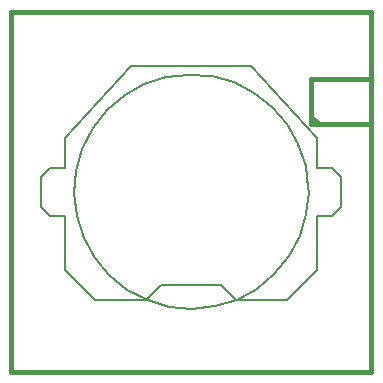
<source format=gto>
G04 (created by PCBNEW-RS274X (2010-05-05 BZR 2356)-stable) date 12/23/10 16:21:38*
G01*
G70*
G90*
%MOIN*%
G04 Gerber Fmt 3.4, Leading zero omitted, Abs format*
%FSLAX34Y34*%
G04 APERTURE LIST*
%ADD10C,0.005000*%
%ADD11C,0.015000*%
%ADD12C,0.007500*%
G04 APERTURE END LIST*
G54D10*
G54D11*
X10000Y-22000D02*
X10000Y-10000D01*
X22000Y-22000D02*
X10000Y-22000D01*
X22000Y-10000D02*
X22000Y-22000D01*
X10000Y-10000D02*
X22000Y-10000D01*
X20000Y-13500D02*
X20250Y-13750D01*
X22000Y-12250D02*
X22000Y-13750D01*
X20000Y-12250D02*
X20000Y-13750D01*
X22000Y-13750D02*
X20000Y-13750D01*
X20000Y-12250D02*
X22000Y-12250D01*
G54D12*
X11800Y-16800D02*
X11300Y-16800D01*
X11300Y-16800D02*
X11000Y-16500D01*
X11000Y-16500D02*
X11000Y-15500D01*
X11000Y-15500D02*
X11300Y-15200D01*
X11300Y-15200D02*
X11800Y-15200D01*
X20200Y-15200D02*
X20700Y-15200D01*
X20700Y-15200D02*
X21000Y-15500D01*
X21000Y-15500D02*
X21000Y-16500D01*
X21000Y-16500D02*
X20700Y-16800D01*
X20700Y-16800D02*
X20200Y-16800D01*
X11800Y-16900D02*
X11800Y-16800D01*
X11800Y-15200D02*
X11800Y-15100D01*
X20200Y-15100D02*
X20200Y-15200D01*
X20200Y-16800D02*
X20200Y-16900D01*
X16000Y-19100D02*
X15000Y-19100D01*
X15000Y-19100D02*
X14500Y-19600D01*
X14500Y-19600D02*
X12800Y-19600D01*
X12800Y-19600D02*
X11800Y-18600D01*
X11800Y-18600D02*
X11800Y-16900D01*
X19200Y-19600D02*
X17500Y-19600D01*
X20200Y-18600D02*
X20200Y-16900D01*
X19200Y-19600D02*
X20200Y-18600D01*
X16000Y-19100D02*
X17000Y-19100D01*
X17000Y-19100D02*
X17500Y-19600D01*
X11800Y-14200D02*
X14000Y-11800D01*
X11800Y-14200D02*
X11800Y-15100D01*
X18000Y-11800D02*
X20200Y-14200D01*
X20200Y-14200D02*
X20200Y-15100D01*
X16000Y-11800D02*
X14000Y-11800D01*
X16000Y-11800D02*
X18000Y-11800D01*
X19905Y-16000D02*
X19830Y-16758D01*
X19610Y-17488D01*
X19252Y-18160D01*
X18770Y-18751D01*
X18183Y-19237D01*
X17513Y-19599D01*
X16785Y-19825D01*
X16027Y-19904D01*
X15269Y-19835D01*
X14538Y-19620D01*
X13862Y-19267D01*
X13268Y-18790D01*
X12778Y-18206D01*
X12411Y-17538D01*
X12181Y-16811D01*
X12096Y-16054D01*
X12160Y-15296D01*
X12370Y-14563D01*
X12718Y-13885D01*
X13191Y-13288D01*
X13772Y-12794D01*
X14437Y-12422D01*
X15162Y-12187D01*
X15919Y-12096D01*
X16678Y-12155D01*
X17412Y-12360D01*
X18092Y-12703D01*
X18692Y-13173D01*
X19190Y-13750D01*
X19567Y-14412D01*
X19807Y-15135D01*
X19903Y-15891D01*
X19905Y-16000D01*
M02*

</source>
